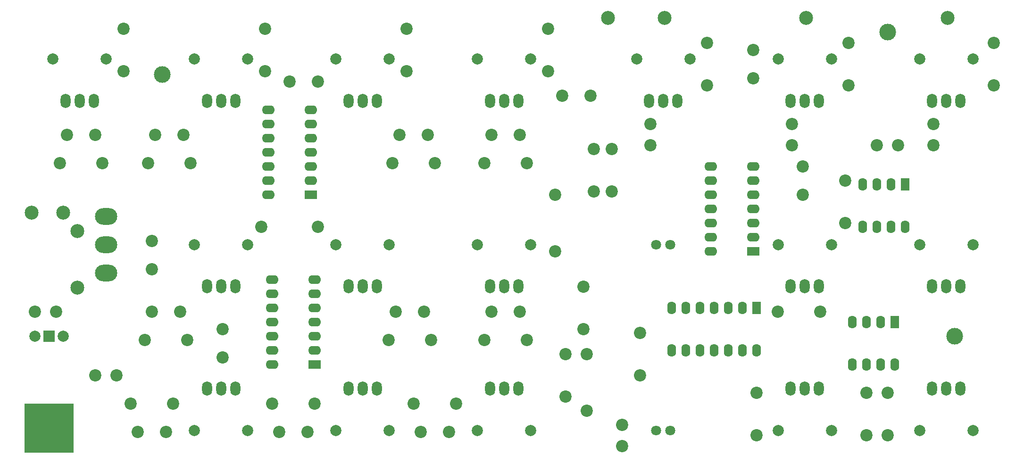
<source format=gtl>
G04 #@! TF.GenerationSoftware,KiCad,Pcbnew,(5.1.5)-3*
G04 #@! TF.CreationDate,2020-03-03T15:35:35+01:00*
G04 #@! TF.ProjectId,PROTEAN_mk2,50524f54-4541-44e5-9f6d-6b322e6b6963,rev?*
G04 #@! TF.SameCoordinates,Original*
G04 #@! TF.FileFunction,Copper,L1,Top*
G04 #@! TF.FilePolarity,Positive*
%FSLAX46Y46*%
G04 Gerber Fmt 4.6, Leading zero omitted, Abs format (unit mm)*
G04 Created by KiCad (PCBNEW (5.1.5)-3) date 2020-03-03 15:35:35*
%MOMM*%
%LPD*%
G04 APERTURE LIST*
%ADD10R,2.286000X1.574800*%
%ADD11O,2.286000X1.574800*%
%ADD12R,1.574800X2.286000*%
%ADD13O,1.574800X2.286000*%
%ADD14C,2.500000*%
%ADD15C,2.200000*%
%ADD16O,4.000000X3.000000*%
%ADD17R,8.890000X8.890000*%
%ADD18C,2.000000*%
%ADD19R,2.000000X2.000000*%
%ADD20O,1.800000X2.600000*%
%ADD21C,3.000000*%
%ADD22C,1.800000*%
G04 APERTURE END LIST*
D10*
X176530000Y-182245000D03*
D11*
X176530000Y-179705000D03*
X176530000Y-177165000D03*
X176530000Y-174625000D03*
X176530000Y-172085000D03*
X176530000Y-169545000D03*
X176530000Y-167005000D03*
X168910000Y-167005000D03*
X168910000Y-169545000D03*
X168910000Y-172085000D03*
X168910000Y-174625000D03*
X168910000Y-177165000D03*
X168910000Y-179705000D03*
X168910000Y-182245000D03*
D12*
X255905000Y-172085000D03*
D13*
X253365000Y-172085000D03*
X250825000Y-172085000D03*
X248285000Y-172085000D03*
X245745000Y-172085000D03*
X243205000Y-172085000D03*
X240665000Y-172085000D03*
X240665000Y-179705000D03*
X243205000Y-179705000D03*
X245745000Y-179705000D03*
X248285000Y-179705000D03*
X250825000Y-179705000D03*
X253365000Y-179705000D03*
X255905000Y-179705000D03*
D14*
X290195000Y-120015000D03*
X239395000Y-120015000D03*
X264795000Y-120015000D03*
X125730000Y-154940000D03*
X229235000Y-120015000D03*
D15*
X193040000Y-121920000D03*
X193040000Y-129540000D03*
X142240000Y-121920000D03*
X142240000Y-129540000D03*
X167640000Y-121920000D03*
X167640000Y-129540000D03*
X218440000Y-121920000D03*
X218440000Y-129540000D03*
X201930000Y-189230000D03*
X194310000Y-189230000D03*
X146050000Y-177800000D03*
X153670000Y-177800000D03*
X197485000Y-177800000D03*
X189865000Y-177800000D03*
X176530000Y-189230000D03*
X168910000Y-189230000D03*
X298450000Y-124460000D03*
X298450000Y-132080000D03*
X214630000Y-177800000D03*
X207010000Y-177800000D03*
X229870000Y-151130000D03*
X229870000Y-143510000D03*
X226695000Y-143510000D03*
X226695000Y-151130000D03*
X151130000Y-189230000D03*
X143510000Y-189230000D03*
X271780000Y-149225000D03*
X271780000Y-156845000D03*
X259715000Y-172720000D03*
X267335000Y-172720000D03*
X224790000Y-168275000D03*
X224790000Y-175895000D03*
X272415000Y-124460000D03*
X272415000Y-132080000D03*
X130810000Y-146050000D03*
X138430000Y-146050000D03*
X255905000Y-187325000D03*
X255905000Y-194945000D03*
X247015000Y-124460000D03*
X247015000Y-132080000D03*
X275590000Y-194945000D03*
X275590000Y-187325000D03*
X146685000Y-146050000D03*
X154305000Y-146050000D03*
X279400000Y-194945000D03*
X279400000Y-187325000D03*
X198120000Y-146050000D03*
X190500000Y-146050000D03*
X234950000Y-176530000D03*
X234950000Y-184150000D03*
X221615000Y-180340000D03*
X221615000Y-187960000D03*
X214630000Y-146050000D03*
X207010000Y-146050000D03*
D12*
X280670000Y-174625000D03*
D13*
X278130000Y-174625000D03*
X275590000Y-174625000D03*
X273050000Y-174625000D03*
X273050000Y-182245000D03*
X275590000Y-182245000D03*
X278130000Y-182245000D03*
X280670000Y-182245000D03*
D12*
X282575000Y-149860000D03*
D13*
X280035000Y-149860000D03*
X277495000Y-149860000D03*
X274955000Y-149860000D03*
X274955000Y-157480000D03*
X277495000Y-157480000D03*
X280035000Y-157480000D03*
X282575000Y-157480000D03*
D10*
X255270000Y-161925000D03*
D11*
X255270000Y-159385000D03*
X255270000Y-156845000D03*
X255270000Y-154305000D03*
X255270000Y-151765000D03*
X255270000Y-149225000D03*
X255270000Y-146685000D03*
X247650000Y-146685000D03*
X247650000Y-149225000D03*
X247650000Y-151765000D03*
X247650000Y-154305000D03*
X247650000Y-156845000D03*
X247650000Y-159385000D03*
X247650000Y-161925000D03*
D10*
X175895000Y-151765000D03*
D11*
X175895000Y-149225000D03*
X175895000Y-146685000D03*
X175895000Y-144145000D03*
X175895000Y-141605000D03*
X175895000Y-139065000D03*
X175895000Y-136525000D03*
X168275000Y-136525000D03*
X168275000Y-139065000D03*
X168275000Y-141605000D03*
X168275000Y-144145000D03*
X168275000Y-146685000D03*
X168275000Y-149225000D03*
X168275000Y-151765000D03*
D15*
X264160000Y-146685000D03*
X264160000Y-151765000D03*
X208280000Y-140970000D03*
X213360000Y-140970000D03*
X160020000Y-175895000D03*
X160020000Y-180975000D03*
X255270000Y-130810000D03*
X255270000Y-125730000D03*
X147320000Y-160020000D03*
X147320000Y-165100000D03*
X137160000Y-140970000D03*
X132080000Y-140970000D03*
X153035000Y-140970000D03*
X147955000Y-140970000D03*
X191770000Y-140970000D03*
X196850000Y-140970000D03*
X200660000Y-194310000D03*
X195580000Y-194310000D03*
X152400000Y-172720000D03*
X147320000Y-172720000D03*
X196215000Y-172720000D03*
X191135000Y-172720000D03*
X172085000Y-131445000D03*
X177165000Y-131445000D03*
X226060000Y-133985000D03*
X220980000Y-133985000D03*
X208280000Y-172720000D03*
X213360000Y-172720000D03*
X149860000Y-194310000D03*
X144780000Y-194310000D03*
X175260000Y-194310000D03*
X170180000Y-194310000D03*
D16*
X139115800Y-160718500D03*
X139115800Y-165798500D03*
X139115800Y-155638500D03*
D15*
X277495000Y-142875000D03*
X281305000Y-142875000D03*
X236855000Y-139065000D03*
X236855000Y-142875000D03*
X231775000Y-196850000D03*
X231775000Y-193040000D03*
X262255000Y-139065000D03*
X262255000Y-142875000D03*
X287655000Y-139065000D03*
X287655000Y-142875000D03*
X137160000Y-184150000D03*
X140970000Y-184150000D03*
X126365000Y-172720000D03*
X130175000Y-172720000D03*
D17*
X128905000Y-193675000D03*
D18*
X131445000Y-177165000D03*
D19*
X128905000Y-177165000D03*
D18*
X126365000Y-177165000D03*
D20*
X131826000Y-134874000D03*
X134366000Y-134874000D03*
X136906000Y-134874000D03*
D18*
X129565400Y-127370840D03*
X139166600Y-127381000D03*
D20*
X157226000Y-134874000D03*
X159766000Y-134874000D03*
X162306000Y-134874000D03*
D18*
X154965400Y-127370840D03*
X164566600Y-127381000D03*
D20*
X182626000Y-134874000D03*
X185166000Y-134874000D03*
X187706000Y-134874000D03*
D18*
X180365400Y-127370840D03*
X189966600Y-127381000D03*
D20*
X208026000Y-134874000D03*
X210566000Y-134874000D03*
X213106000Y-134874000D03*
D18*
X205765400Y-127370840D03*
X215366600Y-127381000D03*
D20*
X236601000Y-134874000D03*
X239141000Y-134874000D03*
X241681000Y-134874000D03*
D18*
X234340400Y-127370840D03*
X243941600Y-127381000D03*
D20*
X262001000Y-134874000D03*
X264541000Y-134874000D03*
X267081000Y-134874000D03*
D18*
X259740400Y-127370840D03*
X269341600Y-127381000D03*
D20*
X287401000Y-134874000D03*
X289941000Y-134874000D03*
X292481000Y-134874000D03*
D18*
X285140400Y-127370840D03*
X294741600Y-127381000D03*
D20*
X157226000Y-168211500D03*
X159766000Y-168211500D03*
X162306000Y-168211500D03*
D18*
X154965400Y-160708340D03*
X164566600Y-160718500D03*
D20*
X182626000Y-168211500D03*
X185166000Y-168211500D03*
X187706000Y-168211500D03*
D18*
X180365400Y-160708340D03*
X189966600Y-160718500D03*
D20*
X208026000Y-168211500D03*
X210566000Y-168211500D03*
X213106000Y-168211500D03*
D18*
X205765400Y-160708340D03*
X215366600Y-160718500D03*
D20*
X262001000Y-168211500D03*
X264541000Y-168211500D03*
X267081000Y-168211500D03*
D18*
X259740400Y-160708340D03*
X269341600Y-160718500D03*
D20*
X287401000Y-168211500D03*
X289941000Y-168211500D03*
X292481000Y-168211500D03*
D18*
X285140400Y-160708340D03*
X294741600Y-160718500D03*
D20*
X162306000Y-186563000D03*
X159766000Y-186563000D03*
X157226000Y-186563000D03*
D18*
X164566600Y-194066160D03*
X154965400Y-194056000D03*
D20*
X187706000Y-186563000D03*
X185166000Y-186563000D03*
X182626000Y-186563000D03*
D18*
X189966600Y-194066160D03*
X180365400Y-194056000D03*
D20*
X213106000Y-186563000D03*
X210566000Y-186563000D03*
X208026000Y-186563000D03*
D18*
X215366600Y-194066160D03*
X205765400Y-194056000D03*
D20*
X267081000Y-186563000D03*
X264541000Y-186563000D03*
X262001000Y-186563000D03*
D18*
X269341600Y-194066160D03*
X259740400Y-194056000D03*
D20*
X292481000Y-186563000D03*
X289941000Y-186563000D03*
X287401000Y-186563000D03*
D18*
X294741600Y-194066160D03*
X285140400Y-194056000D03*
D15*
X177165000Y-157480000D03*
X167005000Y-157480000D03*
X219710000Y-151765000D03*
X219710000Y-161925000D03*
X225425000Y-180340000D03*
X225425000Y-190500000D03*
D21*
X149225000Y-130175000D03*
X279400000Y-122555000D03*
X291465000Y-177165000D03*
D22*
X240411000Y-160718500D03*
X237871000Y-160718500D03*
X240411000Y-194056000D03*
X237871000Y-194056000D03*
D14*
X133985000Y-158242000D03*
X133985000Y-168402000D03*
X131445000Y-154940000D03*
M02*

</source>
